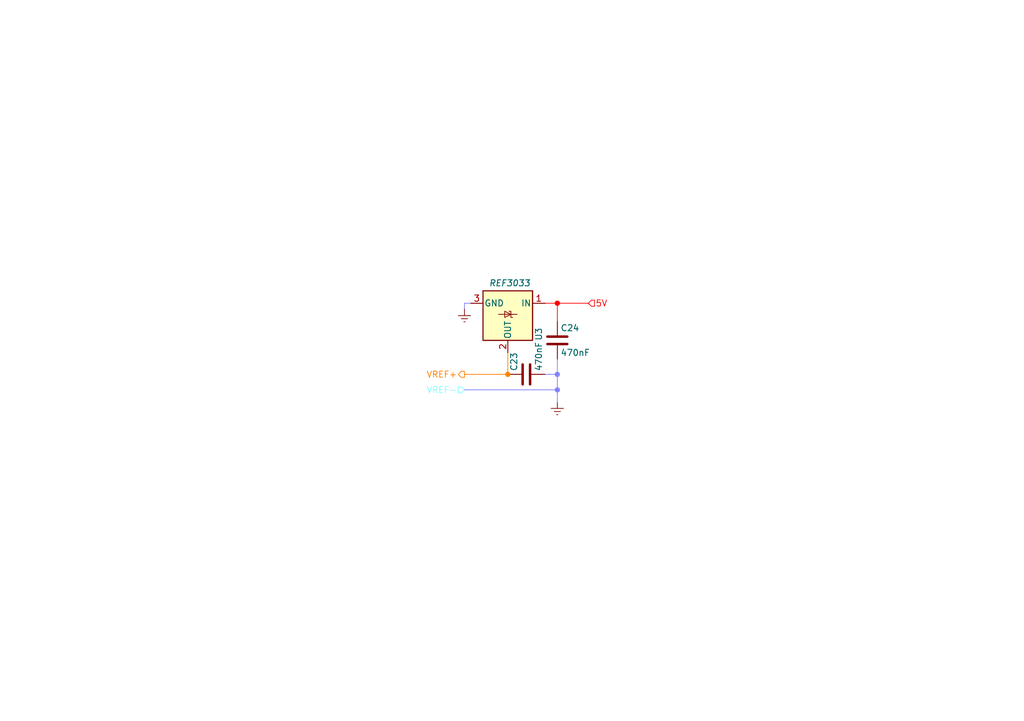
<source format=kicad_sch>
(kicad_sch (version 20231120) (generator "eeschema") (generator_version "8.0")
  (paper "A5")
  (title_block (title "3.3V Ref") (date "2024-10-26") (company "Designer: Ginsakura"))
  (lib_symbols
    (symbol "Device:C" (pin_numbers hide) (pin_names (offset 0.254))
      (property "Reference" "C" (at 0.635 2.54 0))
      (property "Value" "C" (at 0.635 -2.54 0))
      (symbol "C_0_1"
        (polyline (pts (xy -2.032 -0.762) (xy 2.032 -0.762)) (stroke (width 0.508)))
        (polyline (pts (xy -2.032 0.762) (xy 2.032 0.762)) (stroke (width 0.508)))
      )
      (symbol "C_1_1"
        (pin passive line (at 0 3.81 270) (length 2.794) (name "~") (number "1"))
        (pin passive line (at 0 -3.81 90) (length 2.794) (name "~") (number "2"))
      )
    )
    (symbol "Reference_Voltage:REF3033" (pin_names (offset 0.254))
      (property "Reference" "U" (at 0 6.35 0))
      (property "Value" "REF3033" (at 2.54 -6.35 0))
      (symbol "REF3033_0_1"
        (rectangle (start -5.08 5.08) (end 5.08 -5.08) (stroke (width 0.254)) (fill (type background)))
        (polyline (pts (xy -0.254 1.905) (xy -0.254 -1.905)))
        (polyline (pts (xy -0.889 -0.635) (xy 0.381 -0.635) (xy -0.254 0.635) (xy -0.889 -0.635)))
        (polyline (pts (xy 0.381 1.016) (xy 0.381 0.635) (xy -0.889 0.635) (xy -0.889 0.254)))
      )
      (symbol "REF3033_1_1"
        (pin power_in line (at -2.54 7.62 270) (length 2.54) (name "IN") (number "1"))
        (pin power_out line (at 7.62 0 180) (length 2.54) (name "OUT") (number "2"))
        (pin power_in line (at -2.54 -7.62 90) (length 2.54) (name "GND") (number "3"))
      )
    )
    (symbol "power:Earth" (power) (pin_numbers hide) (pin_names (offset 0) hide)
      (property "Value" "Earth" (at 0 -3.81 0))
      (symbol "Earth_0_1"
        (polyline (pts (xy -0.635 -1.905) (xy 0.635 -1.905)))
        (polyline (pts (xy -0.127 -2.54) (xy 0.127 -2.54)))
        (polyline (pts (xy 0 -1.27) (xy 0 0)))
        (polyline (pts (xy 1.27 -1.27) (xy -1.27 -1.27)))
      )
      (symbol "Earth_1_1"
        (pin power_in line (at 0 0 270) (length 0) (name "~") (number "1"))
      )
    )
  )
  (junction (at 114.3 80.01) (color 127 127 255 1))
  (junction (at 104.14 76.835) (color 255 127 0 1))
  (junction (at 114.3 62.23) (color 255 0 0 1))
  (junction (at 114.3 76.835) (color 127 127 255 1))
  (wire (pts (xy 120.65 62.23) (xy 114.3 62.23)) (stroke (width 0) (color 255 0 0 1)))
  (wire (pts (xy 95.25 76.835) (xy 104.14 76.835)) (stroke (width 0) (color 255 127 0 1)))
  (wire (pts (xy 95.25 62.23) (xy 96.52 62.23)) (stroke (width 0) (color 127 127 255 1)))
  (wire (pts (xy 111.76 62.23) (xy 114.3 62.23)) (stroke (width 0) (color 255 0 0 1)))
  (wire (pts (xy 114.3 76.835) (xy 114.3 80.01)) (stroke (width 0) (color 127 127 255 1)))
  (wire (pts (xy 111.76 76.835) (xy 114.3 76.835)) (stroke (width 0) (color 127 127 255 1)))
  (wire (pts (xy 95.25 62.23) (xy 95.25 63.5)) (stroke (width 0) (color 127 127 255 1)))
  (wire (pts (xy 114.3 73.66) (xy 114.3 76.835)) (stroke (width 0) (color 127 127 255 1)))
  (wire (pts (xy 114.3 82.55) (xy 114.3 80.01)) (stroke (width 0) (color 127 127 255 1)))
  (wire (pts (xy 95.25 80.01) (xy 114.3 80.01)) (stroke (width 0) (color 127 127 255 1)))
  (wire (pts (xy 104.14 72.39) (xy 104.14 76.835)) (stroke (width 0) (color 255 127 0 1)))
  (wire (pts (xy 114.3 62.23) (xy 114.3 66.04)) (stroke (width 0) (color 255 0 0 1)))
  (hierarchical_label "VREF-" (shape input) (at 95.25 80.01 180))
  (hierarchical_label "VREF+" (shape output) (at 95.25 76.835 180))
  (hierarchical_label "5V" (shape input) (at 120.65 62.23 0))
  (symbol (lib_id "Device:C") (at 114.3 69.85 0) (unit 1)
    (property "Reference" "C24" (at 114.935 67.31 0) (effects (justify left)))
    (property "Value" "470nF" (at 114.935 72.39 0) (effects (justify left)))
    (property "Description" "Unpolarized capacitor" (effects (hide yes)))
  )
  (symbol (lib_id "power:Earth") (at 95.25 63.5 0) (mirror y) (unit 1)
    (property "Reference" "#PWR013" (effects (hide yes)))
    (property "Value" "Earth" (effects (hide yes)))
    (property "Description" "Power symbol creates a global label with name \"Earth\"" (effects (hide yes)))
  )
  (symbol (lib_id "power:Earth") (at 114.3 82.55 0) (mirror y) (unit 1)
    (property "Reference" "#PWR014" (effects (hide yes)))
    (property "Value" "Earth" (effects (hide yes)))
    (property "Description" "Power symbol creates a global label with name \"Earth\"" (effects (hide yes)))
  )
  (symbol (lib_id "Device:C") (at 107.95 76.835 90) (unit 1)
    (property "Reference" "C23" (at 105.41 76.2 0) (effects (justify left)))
    (property "Value" "470nF" (at 110.49 76.2 0) (effects (justify left)))
    (property "Description" "Unpolarized capacitor" (effects (hide yes)))
  )
  (symbol (lib_id "Reference_Voltage:REF3033") (at 104.14 64.77 270) (unit 1)
    (property "Reference" "U3" (at 110.49 68.58 0))
    (property "Value" "REF3033" (at 104.4575 58.1025 90) (effects (font (italic yes))))
    (property "Footprint" "Package_TO_SOT_SMD:SOT-23" (effects (hide yes)))
    (property "Datasheet" "http://www.ti.com/lit/ds/symlink/ref3033.pdf" (effects (hide yes)))
    (property "Description" "3.3V 50-ppm/°C Max, 50-μA, CMOS Voltage Reference, SOT-23-3" (effects (hide yes)))
  )
)
</source>
